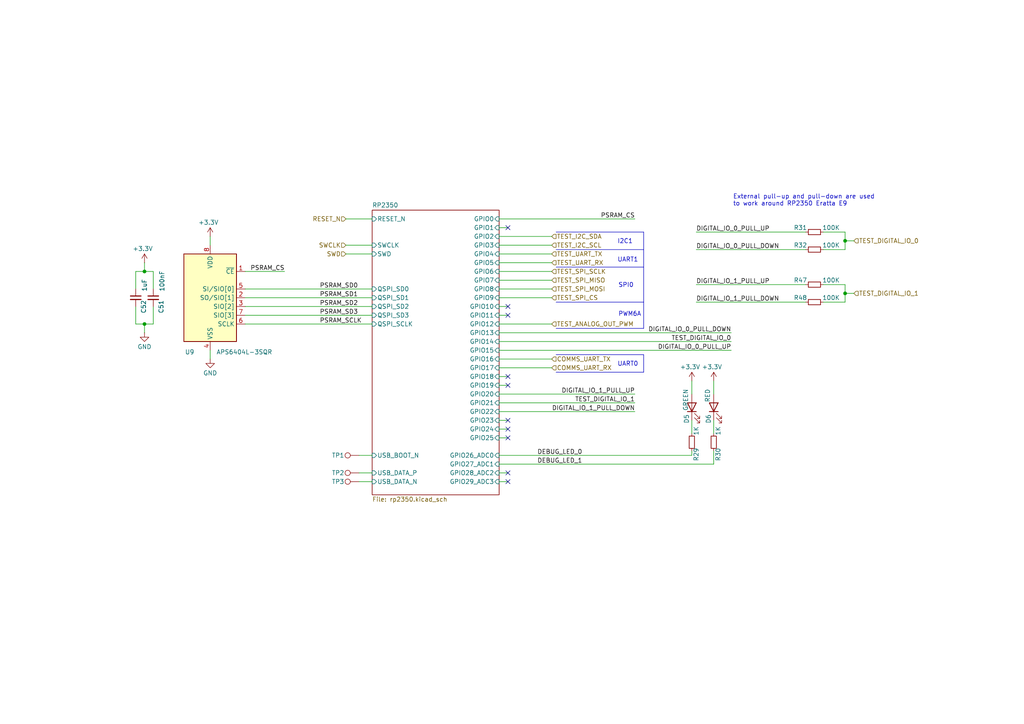
<source format=kicad_sch>
(kicad_sch (version 20231120) (generator "eeschema") (generator_version "8.0")
  (paper "A4")
  (title_block (title "RP2350 Target Board") (date "2024-10-23") (rev "rev1-pre3") (company "Pigweed"))
  (lib_symbols
    (symbol "Connector:TestPoint" (pin_numbers hide) (pin_names (offset 0.762) hide)
      (property "Reference" "TP" (at 0 6.858 0))
      (property "Value" "TestPoint" (at 0 5.08 0))
      (symbol "TestPoint_0_1"
        (circle (center 0 3.302) (radius 0.762))
      )
      (symbol "TestPoint_1_1"
        (pin passive line (at 0 0 90) (length 2.54) (name "1") (number "1"))
      )
    )
    (symbol "Device:C_Small" (pin_numbers hide) (pin_names (offset 0.254) hide)
      (property "Reference" "C" (at 0.254 1.778 0))
      (property "Value" "C_Small" (at 0.254 -2.032 0))
      (symbol "C_Small_0_1"
        (polyline (pts (xy -1.524 -0.508) (xy 1.524 -0.508)) (stroke (width 0.3302)))
        (polyline (pts (xy -1.524 0.508) (xy 1.524 0.508)) (stroke (width 0.3048)))
      )
      (symbol "C_Small_1_1"
        (pin passive line (at 0 2.54 270) (length 2.032) (name "~") (number "1"))
        (pin passive line (at 0 -2.54 90) (length 2.032) (name "~") (number "2"))
      )
    )
    (symbol "Device:LED" (pin_numbers hide) (pin_names (offset 1.016) hide)
      (property "Reference" "D" (at 0 2.54 0))
      (property "Value" "LED" (at 0 -2.54 0))
      (symbol "LED_0_1"
        (polyline (pts (xy -1.27 -1.27) (xy -1.27 1.27)) (stroke (width 0.254)))
        (polyline (pts (xy -1.27 0) (xy 1.27 0)))
        (polyline (pts (xy 1.27 -1.27) (xy 1.27 1.27) (xy -1.27 0) (xy 1.27 -1.27)) (stroke (width 0.254)))
        (polyline (pts (xy -3.048 -0.762) (xy -4.572 -2.286) (xy -3.81 -2.286) (xy -4.572 -2.286) (xy -4.572 -1.524)))
        (polyline (pts (xy -1.778 -0.762) (xy -3.302 -2.286) (xy -2.54 -2.286) (xy -3.302 -2.286) (xy -3.302 -1.524)))
      )
      (symbol "LED_1_1"
        (pin passive line (at -3.81 0 0) (length 2.54) (name "K") (number "1"))
        (pin passive line (at 3.81 0 180) (length 2.54) (name "A") (number "2"))
      )
    )
    (symbol "Device:R_Small" (pin_numbers hide) (pin_names (offset 0.254) hide)
      (property "Reference" "R" (at 0.762 0.508 0))
      (property "Value" "R_Small" (at 0.762 -1.016 0))
      (symbol "R_Small_0_1"
        (rectangle (start -0.762 1.778) (end 0.762 -1.778) (stroke (width 0.2032)))
      )
      (symbol "R_Small_1_1"
        (pin passive line (at 0 2.54 270) (length 0.762) (name "~") (number "1"))
        (pin passive line (at 0 -2.54 90) (length 0.762) (name "~") (number "2"))
      )
    )
    (symbol "Pigweed:APS6404L-3SQR"
      (property "Reference" "U" (at 0 0 0))
      (property "Value" "APS6404L-3SQR" (at 25.4 0 0))
      (symbol "APS6404L-3SQR_1_1"
        (rectangle (start -7.62 12.7) (end 7.62 -12.7) (stroke (width 0.254)) (fill (type background)))
        (pin input line (at 10.16 7.62 180) (length 2.54) (name "~{CE}") (number "1"))
        (pin input line (at 10.16 0 180) (length 2.54) (name "SO/SIO[1]") (number "2"))
        (pin input line (at 10.16 -2.54 180) (length 2.54) (name "SIO[2]") (number "3"))
        (pin power_in line (at 0 -15.24 90) (length 2.54) (name "VSS") (number "4"))
        (pin input line (at 10.16 2.54 180) (length 2.54) (name "SI/SIO[0]") (number "5"))
        (pin input line (at 10.16 -7.62 180) (length 2.54) (name "SCLK") (number "6"))
        (pin input line (at 10.16 -5.08 180) (length 2.54) (name "SIO[3]") (number "7"))
        (pin power_in line (at 0 15.24 270) (length 2.54) (name "VDD") (number "8"))
      )
    )
    (symbol "power:+3.3V" (power) (pin_numbers hide) (pin_names (offset 0) hide)
      (property "Value" "+3.3V" (at 0 3.556 0))
      (symbol "+3.3V_0_1"
        (polyline (pts (xy -0.762 1.27) (xy 0 2.54)))
        (polyline (pts (xy 0 0) (xy 0 2.54)))
        (polyline (pts (xy 0 2.54) (xy 0.762 1.27)))
      )
      (symbol "+3.3V_1_1"
        (pin power_in line (at 0 0 90) (length 0) (name "~") (number "1"))
      )
    )
    (symbol "power:GND" (power) (pin_numbers hide) (pin_names (offset 0) hide)
      (property "Value" "GND" (at 0 -3.81 0))
      (symbol "GND_0_1"
        (polyline (pts (xy 0 0) (xy 0 -1.27) (xy 1.27 -1.27) (xy 0 -2.54) (xy -1.27 -1.27) (xy 0 -1.27)))
      )
      (symbol "GND_1_1"
        (pin power_in line (at 0 0 270) (length 0) (name "~") (number "1"))
      )
    )
  )
  (junction (at 245.11 69.85))
  (junction (at 41.91 78.74))
  (junction (at 245.11 85.09))
  (junction (at 41.91 93.98))
  (no_connect (at 147.32 124.46))
  (no_connect (at 147.32 109.22))
  (no_connect (at 147.32 127))
  (no_connect (at 147.32 137.16))
  (no_connect (at 147.32 88.9))
  (no_connect (at 147.32 91.44))
  (no_connect (at 147.32 66.04))
  (no_connect (at 147.32 139.7))
  (no_connect (at 147.32 111.76))
  (no_connect (at 147.32 121.92))
  (wire (pts (xy 207.01 130.81) (xy 207.01 134.62)))
  (wire (pts (xy 207.01 110.49) (xy 207.01 114.3)))
  (wire (pts (xy 44.45 88.9) (xy 44.45 93.98)))
  (wire (pts (xy 144.78 119.38) (xy 184.15 119.38)))
  (wire (pts (xy 201.93 67.31) (xy 233.68 67.31)))
  (polyline (pts (xy 161.29 87.63) (xy 186.69 87.63)))
  (wire (pts (xy 100.33 71.12) (xy 107.95 71.12)))
  (wire (pts (xy 144.78 121.92) (xy 147.32 121.92)))
  (polyline (pts (xy 161.29 95.25) (xy 186.69 95.25)))
  (wire (pts (xy 245.11 85.09) (xy 245.11 87.63)))
  (wire (pts (xy 144.78 116.84) (xy 184.15 116.84)))
  (wire (pts (xy 44.45 78.74) (xy 44.45 83.82)))
  (wire (pts (xy 201.93 87.63) (xy 233.68 87.63)))
  (wire (pts (xy 71.12 91.44) (xy 107.95 91.44)))
  (wire (pts (xy 71.12 83.82) (xy 107.95 83.82)))
  (wire (pts (xy 100.33 73.66) (xy 107.95 73.66)))
  (wire (pts (xy 41.91 78.74) (xy 44.45 78.74)))
  (wire (pts (xy 207.01 121.92) (xy 207.01 125.73)))
  (wire (pts (xy 247.65 85.09) (xy 245.11 85.09)))
  (wire (pts (xy 245.11 82.55) (xy 238.76 82.55)))
  (wire (pts (xy 245.11 69.85) (xy 245.11 67.31)))
  (wire (pts (xy 144.78 81.28) (xy 160.02 81.28)))
  (wire (pts (xy 245.11 85.09) (xy 245.11 82.55)))
  (polyline (pts (xy 186.69 102.87) (xy 186.69 107.95)))
  (wire (pts (xy 238.76 72.39) (xy 245.11 72.39)))
  (wire (pts (xy 41.91 93.98) (xy 41.91 96.52)))
  (wire (pts (xy 144.78 73.66) (xy 160.02 73.66)))
  (wire (pts (xy 200.66 110.49) (xy 200.66 114.3)))
  (wire (pts (xy 144.78 91.44) (xy 147.32 91.44)))
  (wire (pts (xy 144.78 96.52) (xy 212.09 96.52)))
  (wire (pts (xy 144.78 78.74) (xy 160.02 78.74)))
  (wire (pts (xy 144.78 104.14) (xy 160.02 104.14)))
  (wire (pts (xy 245.11 67.31) (xy 238.76 67.31)))
  (wire (pts (xy 71.12 86.36) (xy 107.95 86.36)))
  (wire (pts (xy 144.78 68.58) (xy 160.02 68.58)))
  (polyline (pts (xy 161.29 102.87) (xy 186.69 102.87)))
  (wire (pts (xy 144.78 114.3) (xy 184.15 114.3)))
  (wire (pts (xy 41.91 93.98) (xy 44.45 93.98)))
  (wire (pts (xy 144.78 66.04) (xy 147.32 66.04)))
  (wire (pts (xy 144.78 124.46) (xy 147.32 124.46)))
  (wire (pts (xy 39.37 88.9) (xy 39.37 93.98)))
  (wire (pts (xy 71.12 78.74) (xy 82.55 78.74)))
  (wire (pts (xy 104.14 137.16) (xy 107.95 137.16)))
  (wire (pts (xy 144.78 88.9) (xy 147.32 88.9)))
  (polyline (pts (xy 186.69 77.47) (xy 186.69 87.63)))
  (wire (pts (xy 144.78 93.98) (xy 160.02 93.98)))
  (wire (pts (xy 247.65 69.85) (xy 245.11 69.85)))
  (wire (pts (xy 238.76 87.63) (xy 245.11 87.63)))
  (polyline (pts (xy 186.69 72.39) (xy 186.69 77.47)))
  (wire (pts (xy 39.37 78.74) (xy 41.91 78.74)))
  (wire (pts (xy 60.96 101.6) (xy 60.96 104.14)))
  (wire (pts (xy 71.12 88.9) (xy 107.95 88.9)))
  (wire (pts (xy 104.14 132.08) (xy 107.95 132.08)))
  (wire (pts (xy 60.96 68.58) (xy 60.96 71.12)))
  (wire (pts (xy 39.37 93.98) (xy 41.91 93.98)))
  (polyline (pts (xy 186.69 67.31) (xy 186.69 72.39)))
  (polyline (pts (xy 161.29 77.47) (xy 186.69 77.47)))
  (wire (pts (xy 100.33 63.5) (xy 107.95 63.5)))
  (polyline (pts (xy 161.29 107.95) (xy 186.69 107.95)))
  (wire (pts (xy 41.91 76.2) (xy 41.91 78.74)))
  (wire (pts (xy 144.78 83.82) (xy 160.02 83.82)))
  (wire (pts (xy 144.78 71.12) (xy 160.02 71.12)))
  (wire (pts (xy 144.78 99.06) (xy 212.09 99.06)))
  (wire (pts (xy 144.78 86.36) (xy 160.02 86.36)))
  (wire (pts (xy 107.95 139.7) (xy 104.14 139.7)))
  (wire (pts (xy 144.78 134.62) (xy 207.01 134.62)))
  (wire (pts (xy 144.78 109.22) (xy 147.32 109.22)))
  (polyline (pts (xy 161.29 72.39) (xy 186.69 72.39)))
  (wire (pts (xy 201.93 82.55) (xy 233.68 82.55)))
  (wire (pts (xy 144.78 76.2) (xy 160.02 76.2)))
  (wire (pts (xy 144.78 106.68) (xy 160.02 106.68)))
  (wire (pts (xy 144.78 137.16) (xy 147.32 137.16)))
  (wire (pts (xy 144.78 111.76) (xy 147.32 111.76)))
  (wire (pts (xy 201.93 72.39) (xy 233.68 72.39)))
  (polyline (pts (xy 161.29 67.31) (xy 186.69 67.31)))
  (wire (pts (xy 144.78 139.7) (xy 147.32 139.7)))
  (wire (pts (xy 144.78 132.08) (xy 200.66 132.08)))
  (wire (pts (xy 39.37 83.82) (xy 39.37 78.74)))
  (wire (pts (xy 71.12 93.98) (xy 107.95 93.98)))
  (wire (pts (xy 144.78 127) (xy 147.32 127)))
  (wire (pts (xy 144.78 63.5) (xy 184.15 63.5)))
  (wire (pts (xy 245.11 69.85) (xy 245.11 72.39)))
  (wire (pts (xy 144.78 101.6) (xy 212.09 101.6)))
  (wire (pts (xy 200.66 130.81) (xy 200.66 132.08)))
  (wire (pts (xy 200.66 121.92) (xy 200.66 125.73)))
  (polyline (pts (xy 186.69 87.63) (xy 186.69 95.25)))
  (text "UART1\n" (at 179.07 75.438 0) (effects (font (size 1.27 1.27)) (justify left)))
  (text "I2C1" (at 179.07 70.104 0) (effects (font (size 1.27 1.27)) (justify left)))
  (text "PWM6A\n" (at 179.324 91.186 0) (effects (font (size 1.27 1.27)) (justify left)))
  (text "UART0" (at 179.07 105.664 0) (effects (font (size 1.27 1.27)) (justify left)))
  (text "SPI0\n" (at 179.324 82.804 0) (effects (font (size 1.27 1.27)) (justify left)))
  (text "External pull-up and pull-down are used\nto work around RP2350 Eratta E9" (at 212.598 58.166 0) (effects (font (size 1.27 1.27)) (justify left)))
  (label "PSRAM_SD0" (at 92.71 83.82 0))
  (label "DIGITAL_IO_0_PULL_DOWN" (at 201.93 72.39 0))
  (label "DIGITAL_IO_0_PULL_UP" (at 201.93 67.31 0))
  (label "DIGITAL_IO_1_PULL_DOWN" (at 184.15 119.38 180))
  (label "PSRAM_SD1" (at 92.71 86.36 0))
  (label "DIGITAL_IO_1_PULL_UP" (at 184.15 114.3 180))
  (label "DIGITAL_IO_0_PULL_DOWN" (at 212.09 96.52 180))
  (label "PSRAM_SCLK" (at 92.71 93.98 0))
  (label "PSRAM_SD2" (at 92.71 88.9 0))
  (label "PSRAM_SD3" (at 92.71 91.44 0))
  (label "DEBUG_LED_0" (at 168.91 132.08 180))
  (label "DIGITAL_IO_0_PULL_UP" (at 212.09 101.6 180))
  (label "DIGITAL_IO_1_PULL_DOWN" (at 201.93 87.63 0))
  (label "DEBUG_LED_1" (at 168.91 134.62 180))
  (label "TEST_DIGITAL_IO_1" (at 184.15 116.84 180))
  (label "PSRAM_CS" (at 184.15 63.5 180))
  (label "TEST_DIGITAL_IO_0" (at 212.09 99.06 180))
  (label "DIGITAL_IO_1_PULL_UP" (at 201.93 82.55 0))
  (label "PSRAM_CS" (at 82.55 78.74 180))
  (hierarchical_label "TEST_UART_RX" (shape input) (at 160.02 76.2 0))
  (hierarchical_label "TEST_ANALOG_OUT_PWM" (shape input) (at 160.02 93.98 0))
  (hierarchical_label "COMMS_UART_TX" (shape input) (at 160.02 104.14 0))
  (hierarchical_label "TEST_SPI_CS" (shape input) (at 160.02 86.36 0))
  (hierarchical_label "RESET_N" (shape input) (at 100.33 63.5 180))
  (hierarchical_label "TEST_I2C_SCL" (shape input) (at 160.02 71.12 0))
  (hierarchical_label "TEST_DIGITAL_IO_1" (shape input) (at 247.65 85.09 0))
  (hierarchical_label "TEST_SPI_MISO" (shape input) (at 160.02 81.28 0))
  (hierarchical_label "TEST_DIGITAL_IO_0" (shape input) (at 247.65 69.85 0))
  (hierarchical_label "TEST_SPI_SCLK" (shape input) (at 160.02 78.74 0))
  (hierarchical_label "TEST_SPI_MOSI" (shape input) (at 160.02 83.82 0))
  (hierarchical_label "COMMS_UART_RX" (shape input) (at 160.02 106.68 0))
  (hierarchical_label "TEST_I2C_SDA" (shape input) (at 160.02 68.58 0))
  (hierarchical_label "TEST_UART_TX" (shape input) (at 160.02 73.66 0))
  (hierarchical_label "SWCLK" (shape input) (at 100.33 71.12 180))
  (hierarchical_label "SWD" (shape input) (at 100.33 73.66 180))
  (symbol (lib_id "Device:R_Small") (at 236.22 72.39 90) (mirror x) (unit 1)
    (property "Reference" "R32" (at 232.156 71.12 90))
    (property "Value" "100K" (at 241.046 71.12 90))
    (property "Footprint" "Resistor_SMD:R_0402_1005Metric" (effects (hide yes)))
    (property "Datasheet" "https://www.lcsc.com/datasheet/lcsc_datasheet_2304140030_YAGEO-RC0402FR-07100KL_C60491.pdf" (effects (hide yes)))
    (property "Description" "Resistor, small symbol" (effects (hide yes)))
    (property "Manufacturer" "YAGEO" (effects (hide yes)))
    (property "ManufacturerPartNo" "RC0402FR-07100KL " (effects (hide yes)))
    (property "LCSC" "C60491" (effects (hide yes)))
  )
  (symbol (lib_id "Device:R_Small") (at 207.01 128.27 180) (unit 1)
    (property "Reference" "R30" (at 208.28 131.826 90))
    (property "Value" "1K" (at 208.28 124.968 90))
    (property "Footprint" "Resistor_SMD:R_0402_1005Metric" (effects (hide yes)))
    (property "Datasheet" "https://www.lcsc.com/datasheet/lcsc_datasheet_2304140030_YAGEO-RC0402FR-071KL_C106235.pdf" (effects (hide yes)))
    (property "Description" "Resistor, small symbol" (effects (hide yes)))
    (property "Manufacturer" "YAGEO" (effects (hide yes)))
    (property "ManufacturerPartNo" "RC0402FR-071KL " (effects (hide yes)))
    (property "LCSC" "C106235" (effects (hide yes)))
  )
  (symbol (lib_id "Device:R_Small") (at 236.22 87.63 90) (mirror x) (unit 1)
    (property "Reference" "R48" (at 232.156 86.36 90))
    (property "Value" "100K" (at 241.046 86.36 90))
    (property "Footprint" "Resistor_SMD:R_0402_1005Metric" (effects (hide yes)))
    (property "Datasheet" "https://www.lcsc.com/datasheet/lcsc_datasheet_2304140030_YAGEO-RC0402FR-07100KL_C60491.pdf" (effects (hide yes)))
    (property "Description" "Resistor, small symbol" (effects (hide yes)))
    (property "Manufacturer" "YAGEO" (effects (hide yes)))
    (property "ManufacturerPartNo" "RC0402FR-07100KL " (effects (hide yes)))
    (property "LCSC" "C60491" (effects (hide yes)))
  )
  (symbol (lib_id "Device:LED") (at 200.66 118.11 90) (unit 1)
    (property "Reference" "D5" (at 199.136 120.142 0) (effects (justify right)))
    (property "Value" "GREEN" (at 198.882 112.776 0) (effects (justify right)))
    (property "Footprint" "LED_SMD:LED_0603_1608Metric" (effects (hide yes)))
    (property "Datasheet" "https://www.lcsc.com/datasheet/lcsc_datasheet_2402181505_XINGLIGHT-XL-1608UGC-04_C965804.pdf" (effects (hide yes)))
    (property "Description" "Light emitting diode" (effects (hide yes)))
    (property "Manufacturer" "XINGLIGHT" (effects (hide yes)))
    (property "ManufacturerPartNo" " XL-1608UGC-04" (effects (hide yes)))
    (property "LCSC" "C965804" (effects (hide yes)))
  )
  (symbol (lib_id "power:+3.3V") (at 60.96 68.58 0) (unit 1)
    (property "Reference" "#PWR069" (effects (hide yes)))
    (property "Value" "+3.3V" (at 60.452 64.516 0))
    (property "Description" "Power symbol creates a global label with name \"+3.3V\"" (effects (hide yes)))
  )
  (symbol (lib_id "power:+3.3V") (at 200.66 110.49 0) (unit 1)
    (property "Reference" "#PWR051" (effects (hide yes)))
    (property "Value" "+3.3V" (at 200.152 106.426 0))
    (property "Description" "Power symbol creates a global label with name \"+3.3V\"" (effects (hide yes)))
  )
  (symbol (lib_id "Device:C_Small") (at 44.45 86.36 0) (unit 1)
    (property "Reference" "C51" (at 46.736 90.932 90) (effects (justify left)))
    (property "Value" "100nF" (at 46.99 84.582 90) (effects (justify left)))
    (property "Footprint" "Capacitor_SMD:C_0402_1005Metric" (effects (hide yes)))
    (property "Datasheet" "https://www.lcsc.com/datasheet/lcsc_datasheet_2203221430_YAGEO-CC0402KRX7R7BB104_C60474.pdf" (effects (hide yes)))
    (property "Description" "Unpolarized capacitor, small symbol" (effects (hide yes)))
    (property "Manufacturer" "YAGEO" (effects (hide yes)))
    (property "ManufacturerPartNo" "CC0402KRX7R7BB104" (effects (hide yes)))
    (property "LCSC" "C60474" (effects (hide yes)))
  )
  (symbol (lib_id "Device:R_Small") (at 236.22 67.31 90) (mirror x) (unit 1)
    (property "Reference" "R31" (at 232.156 66.04 90))
    (property "Value" "100K" (at 241.046 66.04 90))
    (property "Footprint" "Resistor_SMD:R_0402_1005Metric" (effects (hide yes)))
    (property "Datasheet" "https://www.lcsc.com/datasheet/lcsc_datasheet_2304140030_YAGEO-RC0402FR-07100KL_C60491.pdf" (effects (hide yes)))
    (property "Description" "Resistor, small symbol" (effects (hide yes)))
    (property "Manufacturer" "YAGEO" (effects (hide yes)))
    (property "ManufacturerPartNo" "RC0402FR-07100KL " (effects (hide yes)))
    (property "LCSC" "C60491" (effects (hide yes)))
  )
  (symbol (lib_id "power:GND") (at 41.91 96.52 0) (mirror y) (unit 1)
    (property "Reference" "#PWR063" (effects (hide yes)))
    (property "Value" "GND" (at 41.91 100.584 0))
    (property "Description" "Power symbol creates a global label with name \"GND\" , ground" (effects (hide yes)))
  )
  (symbol (lib_id "power:GND") (at 60.96 104.14 0) (mirror y) (unit 1)
    (property "Reference" "#PWR070" (effects (hide yes)))
    (property "Value" "GND" (at 60.96 108.204 0))
    (property "Description" "Power symbol creates a global label with name \"GND\" , ground" (effects (hide yes)))
  )
  (symbol (lib_id "Device:C_Small") (at 39.37 86.36 0) (unit 1)
    (property "Reference" "C52" (at 41.656 90.932 90) (effects (justify left)))
    (property "Value" "1uF" (at 41.91 84.582 90) (effects (justify left)))
    (property "Footprint" "Capacitor_SMD:C_0402_1005Metric" (effects (hide yes)))
    (property "Datasheet" "https://www.lcsc.com/datasheet/lcsc_datasheet_2203221430_YAGEO-CC0402KRX7R7BB104_C60474.pdf" (effects (hide yes)))
    (property "Description" "Unpolarized capacitor, small symbol" (effects (hide yes)))
    (property "Manufacturer" "YAGEO" (effects (hide yes)))
    (property "ManufacturerPartNo" "CC0402KRX7R7BB104" (effects (hide yes)))
    (property "LCSC" "C60474" (effects (hide yes)))
  )
  (symbol (lib_id "Device:R_Small") (at 200.66 128.27 180) (unit 1)
    (property "Reference" "R29" (at 201.93 131.826 90))
    (property "Value" "1K" (at 201.93 124.968 90))
    (property "Footprint" "Resistor_SMD:R_0402_1005Metric" (effects (hide yes)))
    (property "Datasheet" "https://www.lcsc.com/datasheet/lcsc_datasheet_2304140030_YAGEO-RC0402FR-071KL_C106235.pdf" (effects (hide yes)))
    (property "Description" "Resistor, small symbol" (effects (hide yes)))
    (property "Manufacturer" "YAGEO" (effects (hide yes)))
    (property "ManufacturerPartNo" "RC0402FR-071KL " (effects (hide yes)))
    (property "LCSC" "C106235" (effects (hide yes)))
  )
  (symbol (lib_id "Connector:TestPoint") (at 104.14 137.16 90) (unit 1)
    (property "Reference" "TP2" (at 98.044 137.16 90))
    (property "Value" "TestPoint" (effects (hide yes)))
    (property "Footprint" "TestPoint:TestPoint_Pad_D1.0mm" (effects (hide yes)))
    (property "Description" "test point" (effects (hide yes)))
  )
  (symbol (lib_id "Device:R_Small") (at 236.22 82.55 90) (mirror x) (unit 1)
    (property "Reference" "R47" (at 232.156 81.28 90))
    (property "Value" "100K" (at 241.046 81.28 90))
    (property "Footprint" "Resistor_SMD:R_0402_1005Metric" (effects (hide yes)))
    (property "Datasheet" "https://www.lcsc.com/datasheet/lcsc_datasheet_2304140030_YAGEO-RC0402FR-07100KL_C60491.pdf" (effects (hide yes)))
    (property "Description" "Resistor, small symbol" (effects (hide yes)))
    (property "Manufacturer" "YAGEO" (effects (hide yes)))
    (property "ManufacturerPartNo" "RC0402FR-07100KL " (effects (hide yes)))
    (property "LCSC" "C60491" (effects (hide yes)))
  )
  (symbol (lib_id "Connector:TestPoint") (at 104.14 132.08 90) (unit 1)
    (property "Reference" "TP1" (at 98.044 132.08 90))
    (property "Value" "TestPoint" (effects (hide yes)))
    (property "Footprint" "TestPoint:TestPoint_Pad_D1.0mm" (effects (hide yes)))
    (property "Description" "test point" (effects (hide yes)))
  )
  (symbol (lib_id "power:+3.3V") (at 207.01 110.49 0) (unit 1)
    (property "Reference" "#PWR052" (effects (hide yes)))
    (property "Value" "+3.3V" (at 206.502 106.426 0))
    (property "Description" "Power symbol creates a global label with name \"+3.3V\"" (effects (hide yes)))
  )
  (symbol (lib_id "Pigweed:APS6404L-3SQR") (at 60.96 86.36 0) (unit 1)
    (property "Reference" "U9" (at 56.388 102.108 0) (effects (justify right)))
    (property "Value" "APS6404L-3SQR" (at 78.994 102.108 0) (effects (justify right)))
    (property "Footprint" "Package_SO:SOIC-8_3.9x4.9mm_P1.27mm" (effects (hide yes)))
    (property "Datasheet" "https://www.apmemory.com/wp-content/uploads/APS1604M-3SQR.pdf" (effects (hide yes)))
    (property "Description" "DRAM IoT RAM 64Mb QSPI (x1,x4) SDR 133/84MHz, RBX, 3V, Ind. Temp" (effects (hide yes)))
    (property "Manufacturer" "apmemory" (effects (hide yes)))
    (property "ManufacturerPartNo" "APS6404L-3SQR-SN" (effects (hide yes)))
    (property "Mouser" "878-APS6404L-3SQR-SN" (effects (hide yes)))
  )
  (symbol (lib_id "power:+3.3V") (at 41.91 76.2 0) (unit 1)
    (property "Reference" "#PWR064" (effects (hide yes)))
    (property "Value" "+3.3V" (at 41.402 72.136 0))
    (property "Description" "Power symbol creates a global label with name \"+3.3V\"" (effects (hide yes)))
  )
  (symbol (lib_id "Connector:TestPoint") (at 104.14 139.7 90) (unit 1)
    (property "Reference" "TP3" (at 98.044 139.7 90))
    (property "Value" "TestPoint" (effects (hide yes)))
    (property "Footprint" "TestPoint:TestPoint_Pad_D1.0mm" (effects (hide yes)))
    (property "Description" "test point" (effects (hide yes)))
  )
  (symbol (lib_id "Device:LED") (at 207.01 118.11 90) (unit 1)
    (property "Reference" "D6" (at 205.486 120.142 0) (effects (justify right)))
    (property "Value" "RED" (at 205.232 112.776 0) (effects (justify right)))
    (property "Footprint" "LED_SMD:LED_0603_1608Metric" (effects (hide yes)))
    (property "Datasheet" "https://www.lcsc.com/datasheet/lcsc_datasheet_2402181505_XINGLIGHT-XL-1608SURC-06_C965799.pdf" (effects (hide yes)))
    (property "Description" "Light emitting diode" (effects (hide yes)))
    (property "Manufacturer" "XINGLIGHT" (effects (hide yes)))
    (property "ManufacturerPartNo" "XL-1608SURC-06" (effects (hide yes)))
    (property "LCSC" "C965799" (effects (hide yes)))
  )
  (sheet (at 107.95 60.96) (size 36.83 82.55) (stroke (width 0.1524))
    (property "Sheetname" "RP2350" (at 107.95 60.2484 0) (effects (justify left bottom)))
    (property "Sheetfile" "rp2350.kicad_sch" (at 107.95 144.0946 0) (effects (justify left top)))
    (pin "RESET_N" input (at 107.95 63.5 180))
    (pin "USB_BOOT_N" input (at 107.95 132.08 180))
    (pin "USB_DATA_P" input (at 107.95 137.16 180))
    (pin "USB_DATA_N" input (at 107.95 139.7 180))
    (pin "SWCLK" input (at 107.95 71.12 180))
    (pin "SWD" input (at 107.95 73.66 180))
    (pin "GPIO4" input (at 144.78 73.66 0))
    (pin "GPIO5" input (at 144.78 76.2 0))
    (pin "GPIO6" input (at 144.78 78.74 0))
    (pin "GPIO7" input (at 144.78 81.28 0))
    (pin "GPIO8" input (at 144.78 83.82 0))
    (pin "GPIO1" input (at 144.78 66.04 0))
    (pin "GPIO2" input (at 144.78 68.58 0))
    (pin "GPIO3" input (at 144.78 71.12 0))
    (pin "GPIO0" input (at 144.78 63.5 0))
    (pin "GPIO9" input (at 144.78 86.36 0))
    (pin "GPIO10" input (at 144.78 88.9 0))
    (pin "GPIO11" input (at 144.78 91.44 0))
    (pin "GPIO12" input (at 144.78 93.98 0))
    (pin "GPIO13" input (at 144.78 96.52 0))
    (pin "GPIO14" input (at 144.78 99.06 0))
    (pin "GPIO15" input (at 144.78 101.6 0))
    (pin "GPIO16" input (at 144.78 104.14 0))
    (pin "GPIO17" input (at 144.78 106.68 0))
    (pin "GPIO18" input (at 144.78 109.22 0))
    (pin "GPIO19" input (at 144.78 111.76 0))
    (pin "GPIO20" input (at 144.78 114.3 0))
    (pin "GPIO21" input (at 144.78 116.84 0))
    (pin "GPIO22" input (at 144.78 119.38 0))
    (pin "GPIO23" input (at 144.78 121.92 0))
    (pin "GPIO24" input (at 144.78 124.46 0))
    (pin "GPIO25" input (at 144.78 127 0))
    (pin "GPIO26_ADC0" input (at 144.78 132.08 0))
    (pin "GPIO27_ADC1" input (at 144.78 134.62 0))
    (pin "GPIO28_ADC2" input (at 144.78 137.16 0))
    (pin "GPIO29_ADC3" input (at 144.78 139.7 0))
    (pin "QSPI_SD0" input (at 107.95 83.82 180))
    (pin "QSPI_SD1" input (at 107.95 86.36 180))
    (pin "QSPI_SD2" input (at 107.95 88.9 180))
    (pin "QSPI_SD3" input (at 107.95 91.44 180))
    (pin "QSPI_SCLK" input (at 107.95 93.98 180))
  )
)
</source>
